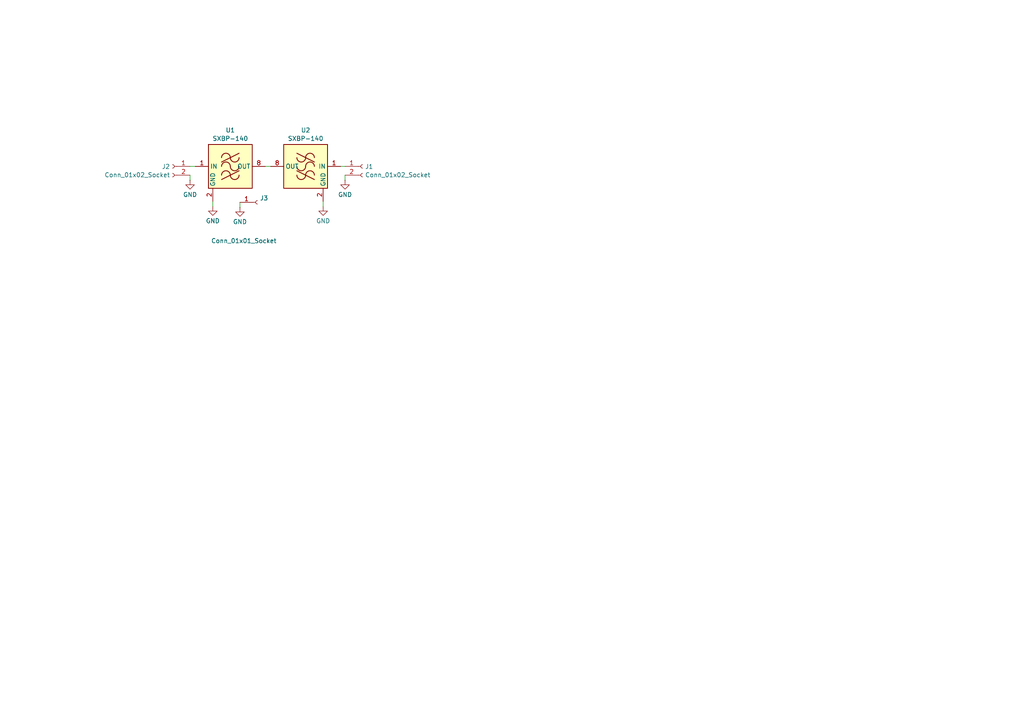
<source format=kicad_sch>
(kicad_sch (version 20231120) (generator "eeschema") (generator_version "8.0")
  (paper "A4")
  (lib_symbols
    (symbol "Connector:Conn_01x01_Socket" (pin_names (offset 1.016) hide)
      (property "Reference" "J" (at 0 2.54 0))
      (property "Value" "Conn_01x01_Socket" (at 0 -2.54 0))
      (symbol "Conn_01x01_Socket_1_1"
        (polyline (pts (xy -1.27 0) (xy -0.508 0)) (stroke (width 0.1524)))
        (arc (start 0 0.508) (mid -0.5058 0) (end 0 -0.508) (stroke (width 0.1524)))
        (pin passive line (at -5.08 0 0) (length 3.81) (name "Pin_1") (number "1"))
      )
    )
    (symbol "Connector:Conn_01x02_Socket" (pin_names (offset 1.016) hide)
      (property "Reference" "J" (at 0 2.54 0))
      (property "Value" "Conn_01x02_Socket" (at 0 -5.08 0))
      (symbol "Conn_01x02_Socket_1_1"
        (arc (start 0 -2.032) (mid -0.5058 -2.54) (end 0 -3.048) (stroke (width 0.1524)))
        (polyline (pts (xy -1.27 -2.54) (xy -0.508 -2.54)) (stroke (width 0.1524)))
        (polyline (pts (xy -1.27 0) (xy -0.508 0)) (stroke (width 0.1524)))
        (arc (start 0 0.508) (mid -0.5058 0) (end 0 -0.508) (stroke (width 0.1524)))
        (pin passive line (at -5.08 0 0) (length 3.81) (name "Pin_1") (number "1"))
        (pin passive line (at -5.08 -2.54 0) (length 3.81) (name "Pin_2") (number "2"))
      )
    )
    (symbol "RF_Filter:SXBP-140"
      (property "Reference" "U" (at -6.35 7.62 0))
      (property "Value" "SXBP-140" (at 6.35 7.62 0))
      (symbol "SXBP-140_0_1"
        (rectangle (start -6.35 6.35) (end 6.35 -6.35) (stroke (width 0.254)) (fill (type background)))
        (arc (start 0 -2.54) (mid -1.27 -1.2755) (end -2.54 -2.54) (stroke (width 0.254)))
        (arc (start 0 -2.54) (mid 1.27 -3.8045) (end 2.54 -2.54) (stroke (width 0.254)))
        (arc (start 0 0) (mid -1.27 1.2645) (end -2.54 0) (stroke (width 0.254)))
        (polyline (pts (xy -2.54 -3.81) (xy 2.54 -1.27)) (stroke (width 0.254)))
        (polyline (pts (xy -2.54 1.27) (xy 2.54 3.81)) (stroke (width 0.254)))
        (arc (start 0 0) (mid 1.27 -1.2645) (end 2.54 0) (stroke (width 0.254)))
        (arc (start 0 2.54) (mid -1.27 3.8045) (end -2.54 2.54) (stroke (width 0.254)))
        (arc (start 0 2.54) (mid 1.27 1.2755) (end 2.54 2.54) (stroke (width 0.254)))
      )
      (symbol "SXBP-140_1_1"
        (pin input line (at -10.16 0 0) (length 3.81) (name "IN") (number "1"))
        (pin power_in line (at -5.08 -10.16 90) (length 3.81) (name "GND") (number "2"))
        (pin passive line (at -5.08 -10.16 90) (length 3.81) hide (name "GND") (number "3"))
        (pin passive line (at -5.08 -10.16 90) (length 3.81) hide (name "GND") (number "4"))
        (pin passive line (at -5.08 -10.16 90) (length 3.81) hide (name "GND") (number "5"))
        (pin passive line (at -5.08 -10.16 90) (length 3.81) hide (name "GND") (number "6"))
        (pin passive line (at -5.08 -10.16 90) (length 3.81) hide (name "GND") (number "7"))
        (pin output line (at 10.16 0 180) (length 3.81) (name "OUT") (number "8"))
      )
    )
    (symbol "power:GND" (power) (pin_numbers hide) (pin_names (offset 0) hide)
      (property "Value" "GND" (at 0 -3.81 0))
      (symbol "GND_0_1"
        (polyline (pts (xy 0 0) (xy 0 -1.27) (xy 1.27 -1.27) (xy 0 -2.54) (xy -1.27 -1.27) (xy 0 -1.27)))
      )
      (symbol "GND_1_1"
        (pin power_in line (at 0 0 270) (length 0) (name "~") (number "1"))
      )
    )
  )
  (wire (pts (xy 100.076 50.8) (xy 100.076 52.324)))
  (wire (pts (xy 93.726 58.42) (xy 93.726 59.944)))
  (wire (pts (xy 55.118 50.8) (xy 55.118 52.324)))
  (wire (pts (xy 69.596 58.674) (xy 69.596 60.198)))
  (wire (pts (xy 61.722 58.42) (xy 61.722 59.944)))
  (wire (pts (xy 55.118 48.26) (xy 56.642 48.26)))
  (wire (pts (xy 76.962 48.26) (xy 78.486 48.26)))
  (wire (pts (xy 98.806 48.26) (xy 100.076 48.26)))
  (symbol (lib_id "Connector:Conn_01x02_Socket") (at 105.156 48.26 0) (unit 1)
    (property "Reference" "J1" (at 105.8672 48.3178 0) (effects (justify left)))
    (property "Value" "Conn_01x02_Socket" (at 105.8672 50.7421 0) (effects (justify left)))
    (property "Footprint" "Connector_Wire:SolderWire-0.1sqmm_1x02_P3.6mm_D0.4mm_OD1mm" (effects (hide yes)))
    (property "Description" "Generic connector, single row, 01x02, script generated" (effects (hide yes)))
  )
  (symbol (lib_id "power:GND") (at 93.726 59.944 0) (unit 1)
    (property "Reference" "#PWR05" (effects (hide yes)))
    (property "Value" "GND" (at 93.726 64.0771 0))
    (property "Description" "Power symbol creates a global label with name \"GND\" , ground" (effects (hide yes)))
  )
  (symbol (lib_id "Connector:Conn_01x02_Socket") (at 50.038 48.26 0) (mirror y) (unit 1)
    (property "Reference" "J2" (at 49.3268 48.3178 0) (effects (justify left)))
    (property "Value" "Conn_01x02_Socket" (at 49.3268 50.7421 0) (effects (justify left)))
    (property "Footprint" "Connector_Wire:SolderWire-0.1sqmm_1x02_P3.6mm_D0.4mm_OD1mm" (effects (hide yes)))
    (property "Description" "Generic connector, single row, 01x02, script generated" (effects (hide yes)))
  )
  (symbol (lib_id "RF_Filter:SXBP-140") (at 88.646 48.26 0) (mirror y) (unit 1)
    (property "Reference" "U2" (at 88.646 37.7655 0))
    (property "Value" "SXBP-140" (at 88.646 40.1898 0))
    (property "Footprint" "RF_Mini-Circuits:Mini-Circuits_HF1139_LandPatternPL-230" (effects (hide yes)))
    (property "Datasheet" "https://www.minicircuits.com/pdfs/SXBP-140+.pdf" (effects (hide yes)))
    (property "Description" "Bandpass Filter, 130 to 150 MHz, 50 Ohm, Mini-Circuits HF1139" (effects (hide yes)))
  )
  (symbol (lib_id "power:GND") (at 55.118 52.324 0) (unit 1)
    (property "Reference" "#PWR02" (effects (hide yes)))
    (property "Value" "GND" (at 55.118 56.4571 0))
    (property "Description" "Power symbol creates a global label with name \"GND\" , ground" (effects (hide yes)))
  )
  (symbol (lib_id "RF_Filter:SXBP-140") (at 66.802 48.26 0) (unit 1)
    (property "Reference" "U1" (at 66.802 37.7655 0))
    (property "Value" "SXBP-140" (at 66.802 40.1898 0))
    (property "Footprint" "RF_Mini-Circuits:Mini-Circuits_HF1139_LandPatternPL-230" (effects (hide yes)))
    (property "Datasheet" "https://www.minicircuits.com/pdfs/SXBP-140+.pdf" (effects (hide yes)))
    (property "Description" "Bandpass Filter, 130 to 150 MHz, 50 Ohm, Mini-Circuits HF1139" (effects (hide yes)))
  )
  (symbol (lib_id "power:GND") (at 69.596 60.198 0) (unit 1)
    (property "Reference" "#PWR04" (effects (hide yes)))
    (property "Value" "GND" (at 69.596 64.3311 0))
    (property "Description" "Power symbol creates a global label with name \"GND\" , ground" (effects (hide yes)))
  )
  (symbol (lib_id "power:GND") (at 100.076 52.324 0) (unit 1)
    (property "Reference" "#PWR03" (effects (hide yes)))
    (property "Value" "GND" (at 100.076 56.4571 0))
    (property "Description" "Power symbol creates a global label with name \"GND\" , ground" (effects (hide yes)))
  )
  (symbol (lib_id "Connector:Conn_01x01_Socket") (at 74.676 58.674 0) (unit 1)
    (property "Reference" "J3" (at 75.3872 57.4618 0) (effects (justify left)))
    (property "Value" "Conn_01x01_Socket" (at 61.214 69.85 0) (effects (justify left)))
    (property "Footprint" "SolderWire-0.1sqmm_1x01_D0.4mm_OD1mm" (effects (hide yes)))
    (property "Description" "Generic connector, single row, 01x01, script generated" (effects (hide yes)))
  )
  (symbol (lib_id "power:GND") (at 61.722 59.944 0) (unit 1)
    (property "Reference" "#PWR01" (effects (hide yes)))
    (property "Value" "GND" (at 61.722 64.0771 0))
    (property "Description" "Power symbol creates a global label with name \"GND\" , ground" (effects (hide yes)))
  )
)
</source>
